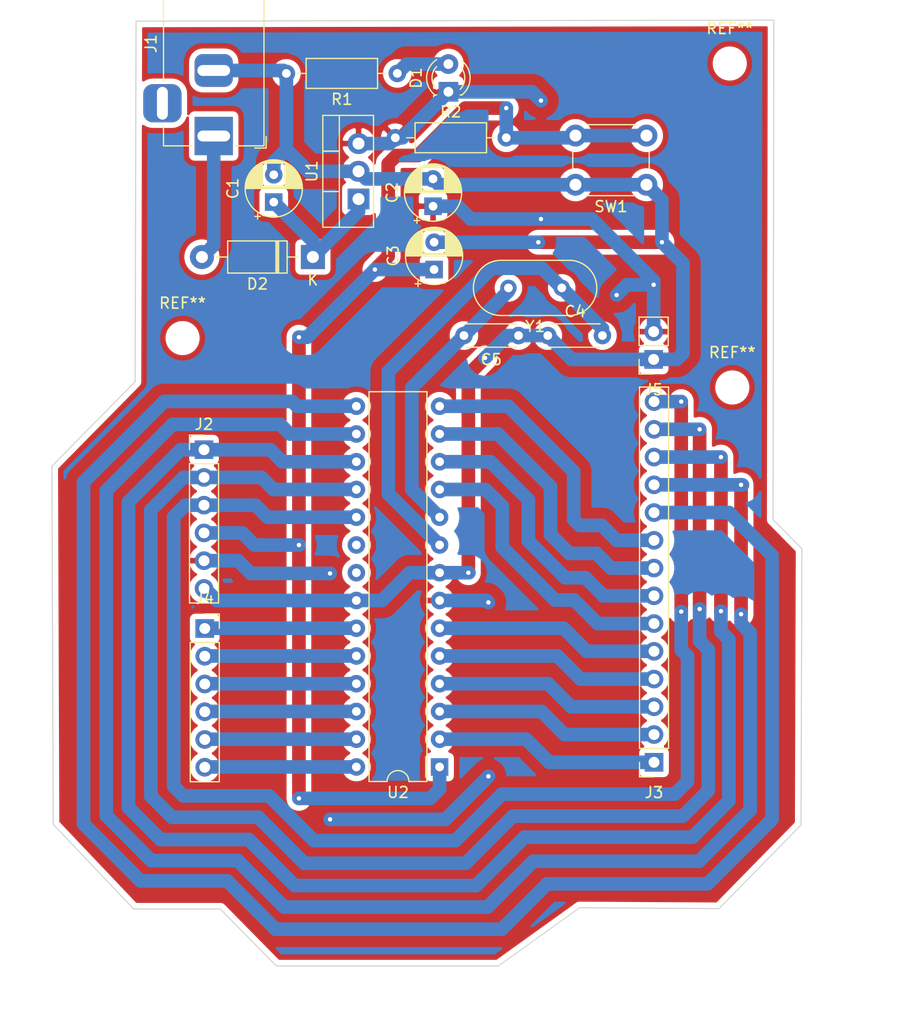
<source format=kicad_pcb>
(kicad_pcb (version 20171130) (host pcbnew "(5.1.9)-1")
  (layers (0 F.Cu signal hide) (31 B.Cu signal) (34 B.Paste user) (35 F.Paste user) (36 B.SilkS user) (37 F.SilkS user) (38 B.Mask user) (39 F.Mask user) (44 Edge.Cuts user))
  (net 0 "")
  (net 1 "Net-(C1-Pad1)")
  (net 2 GND)
  (net 3 VCC)
  (net 4 Reset)
  (net 5 "Net-(C4-Pad2)")
  (net 6 "Net-(C5-Pad2)")
  (net 7 "Net-(D1-Pad2)")
  (net 8 "Net-(D2-Pad2)")
  (net 9 D11)
  (net 10 D12)
  (net 11 D13)
  (net 12 D0)
  (net 13 D1)
  (net 14 D2)
  (net 15 D3)
  (net 16 D4)
  (net 17 D5)
  (net 18 D6)
  (net 19 D7)
  (net 20 D8)
  (net 21 D9)
  (net 22 D10)
  (net 23 A0)
  (net 24 A1)
  (net 25 A2)
  (net 26 A3)
  (net 27 A4)
  (net 28 A5)
  (net 29 "Net-(U2-Pad20)")
  (net 30 "Net-(U2-Pad21)")
  (module MountingHole:MountingHole_2.1mm (layer F.Cu) (at 151.13 89.46896)
    (fp_text reference REF** (at 0 -3.2) (layer F.SilkS))
    (fp_text value MountingHole_2.1mm)
    (pad "" np_thru_hole circle (at 0 0) (size 2.1 2.1) (drill 2.1) (layers *.Cu *.Mask))
  )
  (module MountingHole:MountingHole_2.1mm (layer F.Cu) (at 100.79482 84.94776)
    (fp_text reference REF** (at 0 -3.2) (layer F.SilkS))
    (fp_text value MountingHole_2.1mm)
    (pad "" np_thru_hole circle (at 0 0) (size 2.1 2.1) (drill 2.1) (layers *.Cu *.Mask))
  )
  (module MountingHole:MountingHole_2.1mm (layer F.Cu) (at 150.89632 59.81192)
    (fp_text reference REF** (at 0 -3.2) (layer F.SilkS))
    (fp_text value MountingHole_2.1mm)
    (pad "" np_thru_hole circle (at 0 0) (size 2.1 2.1) (drill 2.1) (layers *.Cu *.Mask))
  )
  (module Capacitor_THT:CP_Radial_D5.0mm_P2.50mm (layer F.Cu) (at 109.1438 72.49922 90)
    (fp_text reference C1 (at 1.25 -3.75 90) (layer F.SilkS))
    (fp_text value CP)
    (pad 1 thru_hole rect (at 0 0 90) (size 1.6 1.6) (drill 0.8) (layers *.Cu *.Mask) (net 1 "Net-(C1-Pad1)"))
    (pad 2 thru_hole circle (at 2.5 0 90) (size 1.6 1.6) (drill 0.8) (layers *.Cu *.Mask) (net 2 GND))
  )
  (module Capacitor_THT:CP_Radial_D5.0mm_P2.50mm (layer F.Cu) (at 123.72848 72.87514 90)
    (fp_text reference C2 (at 1.25 -3.75 90) (layer F.SilkS))
    (fp_text value CP)
    (pad 1 thru_hole rect (at 0 0 90) (size 1.6 1.6) (drill 0.8) (layers *.Cu *.Mask) (net 3 VCC))
    (pad 2 thru_hole circle (at 2.5 0 90) (size 1.6 1.6) (drill 0.8) (layers *.Cu *.Mask) (net 2 GND))
  )
  (module Capacitor_THT:CP_Radial_D5.0mm_P2.50mm (layer F.Cu) (at 123.82246 78.67142 90)
    (fp_text reference C3 (at 1.25 -3.75 90) (layer F.SilkS))
    (fp_text value CP)
    (pad 2 thru_hole circle (at 2.5 0 90) (size 1.6 1.6) (drill 0.8) (layers *.Cu *.Mask) (net 2 GND))
    (pad 1 thru_hole rect (at 0 0 90) (size 1.6 1.6) (drill 0.8) (layers *.Cu *.Mask) (net 4 Reset))
  )
  (module Capacitor_THT:C_Disc_D4.3mm_W1.9mm_P5.00mm (layer F.Cu) (at 134.23646 84.71408)
    (fp_text reference C4 (at 2.5 -2.2) (layer F.SilkS))
    (fp_text value C)
    (pad 2 thru_hole circle (at 5 0) (size 1.6 1.6) (drill 0.8) (layers *.Cu *.Mask) (net 5 "Net-(C4-Pad2)"))
    (pad 1 thru_hole circle (at 0 0) (size 1.6 1.6) (drill 0.8) (layers *.Cu *.Mask) (net 2 GND))
  )
  (module Capacitor_THT:C_Disc_D4.3mm_W1.9mm_P5.00mm (layer F.Cu) (at 131.55676 84.71408 180)
    (fp_text reference C5 (at 2.5 -2.2) (layer F.SilkS))
    (fp_text value C)
    (pad 1 thru_hole circle (at 0 0 180) (size 1.6 1.6) (drill 0.8) (layers *.Cu *.Mask) (net 2 GND))
    (pad 2 thru_hole circle (at 5 0 180) (size 1.6 1.6) (drill 0.8) (layers *.Cu *.Mask) (net 6 "Net-(C5-Pad2)"))
  )
  (module LED_THT:LED_D3.0mm (layer F.Cu) (at 125.1331 62.40272 90)
    (fp_text reference D1 (at 1.27 -2.96 90) (layer F.SilkS))
    (fp_text value LED)
    (pad 1 thru_hole rect (at 0 0 90) (size 1.8 1.8) (drill 0.9) (layers *.Cu *.Mask) (net 3 VCC))
    (pad 2 thru_hole circle (at 2.54 0 90) (size 1.8 1.8) (drill 0.9) (layers *.Cu *.Mask) (net 7 "Net-(D1-Pad2)"))
  )
  (module Diode_THT:D_DO-41_SOD81_P10.16mm_Horizontal (layer F.Cu) (at 112.7252 77.52588 180)
    (fp_text reference D2 (at 5.08 -2.47) (layer F.SilkS))
    (fp_text value D)
    (fp_text user K (at 0 -2.1) (layer F.SilkS))
    (pad 1 thru_hole rect (at 0 0 180) (size 2.2 2.2) (drill 1.1) (layers *.Cu *.Mask) (net 1 "Net-(C1-Pad1)"))
    (pad 2 thru_hole oval (at 10.16 0 180) (size 2.2 2.2) (drill 1.1) (layers *.Cu *.Mask) (net 8 "Net-(D2-Pad2)"))
  )
  (module Connector_BarrelJack:BarrelJack_Horizontal (layer F.Cu) (at 103.64724 66.44894 270)
    (fp_text reference J1 (at -8.45 5.75 90) (layer F.SilkS))
    (fp_text value Conn_Coaxial_Power)
    (pad 1 thru_hole rect (at 0 0 270) (size 3.5 3.5) (drill oval 1 3) (layers *.Cu *.Mask) (net 8 "Net-(D2-Pad2)"))
    (pad 2 thru_hole roundrect (at -6 0 270) (size 3 3.5) (drill oval 1 3) (layers *.Cu *.Mask) (net 2 GND))
    (pad 3 thru_hole roundrect (at -3 4.7 270) (size 3.5 3.5) (drill oval 3 1) (layers *.Cu *.Mask))
  )
  (module Connector_PinHeader_2.54mm:PinHeader_1x06_P2.54mm_Vertical (layer F.Cu) (at 102.75824 95.16364)
    (fp_text reference J2 (at 0 -2.33) (layer F.SilkS))
    (fp_text value Conn_01x06_Male)
    (pad 1 thru_hole rect (at 0 0) (size 1.7 1.7) (drill 1) (layers *.Cu *.Mask) (net 9 D11))
    (pad 2 thru_hole oval (at 0 2.54) (size 1.7 1.7) (drill 1) (layers *.Cu *.Mask) (net 10 D12))
    (pad 3 thru_hole oval (at 0 5.08) (size 1.7 1.7) (drill 1) (layers *.Cu *.Mask) (net 11 D13))
    (pad 4 thru_hole oval (at 0 7.62) (size 1.7 1.7) (drill 1) (layers *.Cu *.Mask) (net 4 Reset))
    (pad 5 thru_hole oval (at 0 10.16) (size 1.7 1.7) (drill 1) (layers *.Cu *.Mask) (net 3 VCC))
    (pad 6 thru_hole oval (at 0 12.7) (size 1.7 1.7) (drill 1) (layers *.Cu *.Mask) (net 2 GND))
  )
  (module Connector_PinSocket_2.54mm:PinSocket_1x14_P2.54mm_Vertical (layer F.Cu) (at 143.96212 123.77928 180)
    (fp_text reference J3 (at 0 -2.77) (layer F.SilkS))
    (fp_text value Conn_01x14_Female)
    (pad 1 thru_hole rect (at 0 0 180) (size 1.7 1.7) (drill 1) (layers *.Cu *.Mask) (net 12 D0))
    (pad 2 thru_hole oval (at 0 2.54 180) (size 1.7 1.7) (drill 1) (layers *.Cu *.Mask) (net 13 D1))
    (pad 3 thru_hole oval (at 0 5.08 180) (size 1.7 1.7) (drill 1) (layers *.Cu *.Mask) (net 14 D2))
    (pad 4 thru_hole oval (at 0 7.62 180) (size 1.7 1.7) (drill 1) (layers *.Cu *.Mask) (net 15 D3))
    (pad 5 thru_hole oval (at 0 10.16 180) (size 1.7 1.7) (drill 1) (layers *.Cu *.Mask) (net 16 D4))
    (pad 6 thru_hole oval (at 0 12.7 180) (size 1.7 1.7) (drill 1) (layers *.Cu *.Mask) (net 17 D5))
    (pad 7 thru_hole oval (at 0 15.24 180) (size 1.7 1.7) (drill 1) (layers *.Cu *.Mask) (net 18 D6))
    (pad 8 thru_hole oval (at 0 17.78 180) (size 1.7 1.7) (drill 1) (layers *.Cu *.Mask) (net 19 D7))
    (pad 9 thru_hole oval (at 0 20.32 180) (size 1.7 1.7) (drill 1) (layers *.Cu *.Mask) (net 20 D8))
    (pad 10 thru_hole oval (at 0 22.86 180) (size 1.7 1.7) (drill 1) (layers *.Cu *.Mask) (net 21 D9))
    (pad 11 thru_hole oval (at 0 25.4 180) (size 1.7 1.7) (drill 1) (layers *.Cu *.Mask) (net 22 D10))
    (pad 12 thru_hole oval (at 0 27.94 180) (size 1.7 1.7) (drill 1) (layers *.Cu *.Mask) (net 9 D11))
    (pad 13 thru_hole oval (at 0 30.48 180) (size 1.7 1.7) (drill 1) (layers *.Cu *.Mask) (net 10 D12))
    (pad 14 thru_hole oval (at 0 33.02 180) (size 1.7 1.7) (drill 1) (layers *.Cu *.Mask) (net 11 D13))
  )
  (module Connector_PinSocket_2.54mm:PinSocket_1x06_P2.54mm_Vertical (layer F.Cu) (at 102.82428 111.5314)
    (fp_text reference J4 (at 0 -2.77) (layer F.SilkS))
    (fp_text value Conn_01x06_Female)
    (pad 1 thru_hole rect (at 0 0) (size 1.7 1.7) (drill 1) (layers *.Cu *.Mask) (net 23 A0))
    (pad 2 thru_hole oval (at 0 2.54) (size 1.7 1.7) (drill 1) (layers *.Cu *.Mask) (net 24 A1))
    (pad 3 thru_hole oval (at 0 5.08) (size 1.7 1.7) (drill 1) (layers *.Cu *.Mask) (net 25 A2))
    (pad 4 thru_hole oval (at 0 7.62) (size 1.7 1.7) (drill 1) (layers *.Cu *.Mask) (net 26 A3))
    (pad 5 thru_hole oval (at 0 10.16) (size 1.7 1.7) (drill 1) (layers *.Cu *.Mask) (net 27 A4))
    (pad 6 thru_hole oval (at 0 12.7) (size 1.7 1.7) (drill 1) (layers *.Cu *.Mask) (net 28 A5))
  )
  (module Connector_PinSocket_2.54mm:PinSocket_1x02_P2.54mm_Vertical (layer F.Cu) (at 143.92656 86.89848 180)
    (fp_text reference J5 (at 0 -2.77) (layer F.SilkS))
    (fp_text value Conn_01x02_Female)
    (pad 1 thru_hole rect (at 0 0 180) (size 1.7 1.7) (drill 1) (layers *.Cu *.Mask) (net 2 GND))
    (pad 2 thru_hole oval (at 0 2.54 180) (size 1.7 1.7) (drill 1) (layers *.Cu *.Mask) (net 3 VCC))
  )
  (module Resistor_THT:R_Axial_DIN0207_L6.3mm_D2.5mm_P10.16mm_Horizontal (layer F.Cu) (at 120.45696 60.7187 180)
    (fp_text reference R1 (at 5.08 -2.37) (layer F.SilkS))
    (fp_text value R)
    (pad 2 thru_hole oval (at 10.16 0 180) (size 1.6 1.6) (drill 0.8) (layers *.Cu *.Mask) (net 2 GND))
    (pad 1 thru_hole circle (at 0 0 180) (size 1.6 1.6) (drill 0.8) (layers *.Cu *.Mask) (net 7 "Net-(D1-Pad2)"))
  )
  (module Resistor_THT:R_Axial_DIN0207_L6.3mm_D2.5mm_P10.16mm_Horizontal (layer F.Cu) (at 120.27154 66.60896)
    (fp_text reference R2 (at 5.08 -2.37) (layer F.SilkS))
    (fp_text value R)
    (pad 1 thru_hole circle (at 0 0) (size 1.6 1.6) (drill 0.8) (layers *.Cu *.Mask) (net 3 VCC))
    (pad 2 thru_hole oval (at 10.16 0) (size 1.6 1.6) (drill 0.8) (layers *.Cu *.Mask) (net 4 Reset))
  )
  (module Button_Switch_THT:SW_PUSH_6mm (layer F.Cu) (at 143.27124 70.90918 180)
    (fp_text reference SW1 (at 3.25 -2) (layer F.SilkS))
    (fp_text value SW_Push)
    (pad 2 thru_hole circle (at 0 4.5 270) (size 2 2) (drill 1.1) (layers *.Cu *.Mask) (net 4 Reset))
    (pad 1 thru_hole circle (at 0 0 270) (size 2 2) (drill 1.1) (layers *.Cu *.Mask) (net 2 GND))
    (pad 2 thru_hole circle (at 6.5 4.5 270) (size 2 2) (drill 1.1) (layers *.Cu *.Mask) (net 4 Reset))
    (pad 1 thru_hole circle (at 6.5 0 270) (size 2 2) (drill 1.1) (layers *.Cu *.Mask) (net 2 GND))
  )
  (module Package_TO_SOT_THT:TO-220-3_Vertical (layer F.Cu) (at 116.90604 72.21982 90)
    (fp_text reference U1 (at 2.54 -4.27 90) (layer F.SilkS))
    (fp_text value LM7805_TO220)
    (pad 1 thru_hole rect (at 0 0 90) (size 1.905 2) (drill 1.1) (layers *.Cu *.Mask) (net 1 "Net-(C1-Pad1)"))
    (pad 2 thru_hole oval (at 2.54 0 90) (size 1.905 2) (drill 1.1) (layers *.Cu *.Mask) (net 2 GND))
    (pad 3 thru_hole oval (at 5.08 0 90) (size 1.905 2) (drill 1.1) (layers *.Cu *.Mask) (net 3 VCC))
  )
  (module Package_DIP:DIP-28_W7.62mm (layer F.Cu) (at 124.32792 124.206 180)
    (fp_text reference U2 (at 3.81 -2.33) (layer F.SilkS))
    (fp_text value ATmega328P-PU)
    (pad 1 thru_hole rect (at 0 0 180) (size 1.6 1.6) (drill 0.8) (layers *.Cu *.Mask) (net 4 Reset))
    (pad 15 thru_hole oval (at 7.62 33.02 180) (size 1.6 1.6) (drill 0.8) (layers *.Cu *.Mask) (net 21 D9))
    (pad 2 thru_hole oval (at 0 2.54 180) (size 1.6 1.6) (drill 0.8) (layers *.Cu *.Mask) (net 12 D0))
    (pad 16 thru_hole oval (at 7.62 30.48 180) (size 1.6 1.6) (drill 0.8) (layers *.Cu *.Mask) (net 22 D10))
    (pad 3 thru_hole oval (at 0 5.08 180) (size 1.6 1.6) (drill 0.8) (layers *.Cu *.Mask) (net 13 D1))
    (pad 17 thru_hole oval (at 7.62 27.94 180) (size 1.6 1.6) (drill 0.8) (layers *.Cu *.Mask) (net 9 D11))
    (pad 4 thru_hole oval (at 0 7.62 180) (size 1.6 1.6) (drill 0.8) (layers *.Cu *.Mask) (net 14 D2))
    (pad 18 thru_hole oval (at 7.62 25.4 180) (size 1.6 1.6) (drill 0.8) (layers *.Cu *.Mask) (net 10 D12))
    (pad 5 thru_hole oval (at 0 10.16 180) (size 1.6 1.6) (drill 0.8) (layers *.Cu *.Mask) (net 15 D3))
    (pad 19 thru_hole oval (at 7.62 22.86 180) (size 1.6 1.6) (drill 0.8) (layers *.Cu *.Mask) (net 11 D13))
    (pad 6 thru_hole oval (at 0 12.7 180) (size 1.6 1.6) (drill 0.8) (layers *.Cu *.Mask) (net 16 D4))
    (pad 20 thru_hole oval (at 7.62 20.32 180) (size 1.6 1.6) (drill 0.8) (layers *.Cu *.Mask) (net 29 "Net-(U2-Pad20)"))
    (pad 7 thru_hole oval (at 0 15.24 180) (size 1.6 1.6) (drill 0.8) (layers *.Cu *.Mask) (net 3 VCC))
    (pad 21 thru_hole oval (at 7.62 17.78 180) (size 1.6 1.6) (drill 0.8) (layers *.Cu *.Mask) (net 30 "Net-(U2-Pad21)"))
    (pad 8 thru_hole oval (at 0 17.78 180) (size 1.6 1.6) (drill 0.8) (layers *.Cu *.Mask) (net 2 GND))
    (pad 22 thru_hole oval (at 7.62 15.24 180) (size 1.6 1.6) (drill 0.8) (layers *.Cu *.Mask) (net 2 GND))
    (pad 9 thru_hole oval (at 0 20.32 180) (size 1.6 1.6) (drill 0.8) (layers *.Cu *.Mask) (net 5 "Net-(C4-Pad2)"))
    (pad 23 thru_hole oval (at 7.62 12.7 180) (size 1.6 1.6) (drill 0.8) (layers *.Cu *.Mask) (net 23 A0))
    (pad 10 thru_hole oval (at 0 22.86 180) (size 1.6 1.6) (drill 0.8) (layers *.Cu *.Mask) (net 6 "Net-(C5-Pad2)"))
    (pad 24 thru_hole oval (at 7.62 10.16 180) (size 1.6 1.6) (drill 0.8) (layers *.Cu *.Mask) (net 24 A1))
    (pad 11 thru_hole oval (at 0 25.4 180) (size 1.6 1.6) (drill 0.8) (layers *.Cu *.Mask) (net 17 D5))
    (pad 25 thru_hole oval (at 7.62 7.62 180) (size 1.6 1.6) (drill 0.8) (layers *.Cu *.Mask) (net 25 A2))
    (pad 12 thru_hole oval (at 0 27.94 180) (size 1.6 1.6) (drill 0.8) (layers *.Cu *.Mask) (net 18 D6))
    (pad 26 thru_hole oval (at 7.62 5.08 180) (size 1.6 1.6) (drill 0.8) (layers *.Cu *.Mask) (net 26 A3))
    (pad 13 thru_hole oval (at 0 30.48 180) (size 1.6 1.6) (drill 0.8) (layers *.Cu *.Mask) (net 19 D7))
    (pad 27 thru_hole oval (at 7.62 2.54 180) (size 1.6 1.6) (drill 0.8) (layers *.Cu *.Mask) (net 27 A4))
    (pad 14 thru_hole oval (at 0 33.02 180) (size 1.6 1.6) (drill 0.8) (layers *.Cu *.Mask) (net 20 D8))
    (pad 28 thru_hole oval (at 7.62 0 180) (size 1.6 1.6) (drill 0.8) (layers *.Cu *.Mask) (net 28 A5))
  )
  (module Crystal:Crystal_HC49-U_Vertical (layer F.Cu) (at 135.51154 80.3529 180)
    (fp_text reference Y1 (at 2.44 -3.525) (layer F.SilkS))
    (fp_text value Crystal)
    (pad 1 thru_hole circle (at 0 0 180) (size 1.5 1.5) (drill 0.8) (layers *.Cu *.Mask) (net 5 "Net-(C4-Pad2)"))
    (pad 2 thru_hole circle (at 4.88 0 180) (size 1.5 1.5) (drill 0.8) (layers *.Cu *.Mask) (net 6 "Net-(C5-Pad2)"))
  )
  (gr_line (start 154.93238 55.84444) (end 154.85618 101.55428) (layer Edge.Cuts) (width 0.1))
  (gr_line (start 96.5327 55.9308) (end 154.93238 55.84444) (layer Edge.Cuts) (width 0.1))
  (gr_line (start 96.45396 88.93302) (end 96.5327 55.9308) (layer Edge.Cuts) (width 0.1))
  (gr_line (start 88.83142 96.66986) (end 96.45396 88.93302) (layer Edge.Cuts) (width 0.1))
  (gr_line (start 88.94826 129.45618) (end 88.83142 96.66986) (layer Edge.Cuts) (width 0.1))
  (gr_line (start 96.31426 137.2108) (end 88.94826 129.45618) (layer Edge.Cuts) (width 0.1))
  (gr_line (start 104.24668 137.2108) (end 96.31426 137.2108) (layer Edge.Cuts) (width 0.1))
  (gr_line (start 109.38002 142.42034) (end 104.24668 137.2108) (layer Edge.Cuts) (width 0.1))
  (gr_line (start 129.7178 142.42034) (end 109.38002 142.42034) (layer Edge.Cuts) (width 0.1))
  (gr_line (start 137.1473 137.09396) (end 129.7178 142.42034) (layer Edge.Cuts) (width 0.1))
  (gr_line (start 149.91588 137.1727) (end 137.1473 137.09396) (layer Edge.Cuts) (width 0.1))
  (gr_line (start 157.42158 129.51206) (end 149.91588 137.1727) (layer Edge.Cuts) (width 0.1))
  (gr_line (start 157.50032 104.23652) (end 157.42158 129.51206) (layer Edge.Cuts) (width 0.1))
  (gr_line (start 154.85618 101.55428) (end 157.50032 104.23652) (layer Edge.Cuts) (width 0.1))
  (segment (start 112.7252 76.08062) (end 109.1438 72.49922) (width 1.25) (layer B.Cu) (net 1))
  (segment (start 112.7252 77.52588) (end 112.7252 76.08062) (width 1.25) (layer B.Cu) (net 1))
  (segment (start 116.90604 73.34504) (end 112.7252 77.52588) (width 1.25) (layer B.Cu) (net 1))
  (segment (start 116.90604 72.21982) (end 116.90604 73.34504) (width 1.25) (layer B.Cu) (net 1))
  (segment (start 109.1438 69.99922) (end 109.1438 68.82892) (width 1.25) (layer B.Cu) (net 2))
  (segment (start 110.29696 67.67576) (end 110.29696 60.7187) (width 1.25) (layer B.Cu) (net 2))
  (segment (start 109.1438 68.82892) (end 110.29696 67.67576) (width 1.25) (layer B.Cu) (net 2))
  (segment (start 112.30102 69.67982) (end 110.29696 67.67576) (width 1.25) (layer B.Cu) (net 2))
  (segment (start 116.90604 69.67982) (end 112.30102 69.67982) (width 1.25) (layer B.Cu) (net 2))
  (segment (start 110.0272 60.44894) (end 110.29696 60.7187) (width 1.25) (layer B.Cu) (net 2))
  (segment (start 103.64724 60.44894) (end 110.0272 60.44894) (width 1.25) (layer B.Cu) (net 2))
  (segment (start 143.27124 70.90918) (end 136.77124 70.90918) (width 1.25) (layer B.Cu) (net 2))
  (segment (start 124.26252 70.90918) (end 123.72848 70.37514) (width 1.25) (layer B.Cu) (net 2))
  (segment (start 136.77124 70.90918) (end 124.26252 70.90918) (width 1.25) (layer B.Cu) (net 2))
  (segment (start 117.60136 70.37514) (end 116.90604 69.67982) (width 1.25) (layer B.Cu) (net 2))
  (segment (start 123.72848 70.37514) (end 117.60136 70.37514) (width 1.25) (layer B.Cu) (net 2))
  (segment (start 123.82246 76.17142) (end 133.36968 76.17142) (width 1.25) (layer B.Cu) (net 2))
  (segment (start 133.36968 76.17142) (end 133.36968 76.17142) (width 1.25) (layer B.Cu) (net 2))
  (via (at 133.36968 76.17142) (size 0.8) (drill 0.4) (layers F.Cu B.Cu) (net 2))
  (segment (start 133.36968 76.17142) (end 144.68666 76.17142) (width 1.25) (layer F.Cu) (net 2))
  (segment (start 144.68666 76.17142) (end 144.68666 76.17142) (width 1.25) (layer F.Cu) (net 2))
  (via (at 144.68666 76.17142) (size 0.8) (drill 0.4) (layers F.Cu B.Cu) (net 2))
  (segment (start 144.68666 72.3246) (end 143.27124 70.90918) (width 1.25) (layer B.Cu) (net 2))
  (segment (start 144.68666 76.17142) (end 144.68666 72.3246) (width 1.25) (layer B.Cu) (net 2))
  (segment (start 144.68666 76.17142) (end 146.61388 78.09864) (width 1.25) (layer B.Cu) (net 2))
  (segment (start 146.61388 78.09864) (end 146.61388 86.32444) (width 1.25) (layer B.Cu) (net 2))
  (segment (start 146.03984 86.89848) (end 143.92656 86.89848) (width 1.25) (layer B.Cu) (net 2))
  (segment (start 146.61388 86.32444) (end 146.03984 86.89848) (width 1.25) (layer B.Cu) (net 2))
  (segment (start 102.819238 107.86364) (end 102.75824 107.86364) (width 1.25) (layer B.Cu) (net 2))
  (segment (start 103.921598 108.966) (end 102.819238 107.86364) (width 1.25) (layer B.Cu) (net 2))
  (segment (start 116.70792 108.966) (end 103.921598 108.966) (width 1.25) (layer B.Cu) (net 2))
  (segment (start 116.70792 108.966) (end 119.04726 108.966) (width 1.25) (layer B.Cu) (net 2))
  (segment (start 121.58726 106.426) (end 124.32792 106.426) (width 1.25) (layer B.Cu) (net 2))
  (segment (start 119.04726 108.966) (end 121.58726 106.426) (width 1.25) (layer B.Cu) (net 2))
  (segment (start 134.23646 84.71408) (end 131.55676 84.71408) (width 1.25) (layer B.Cu) (net 2))
  (segment (start 136.42086 86.89848) (end 134.23646 84.71408) (width 1.25) (layer B.Cu) (net 2))
  (segment (start 143.92656 86.89848) (end 136.42086 86.89848) (width 1.25) (layer B.Cu) (net 2))
  (segment (start 124.32792 106.426) (end 126.9619 106.426) (width 1.25) (layer B.Cu) (net 2))
  (segment (start 126.9619 106.426) (end 127.02032 106.426) (width 1.25) (layer B.Cu) (net 2))
  (via (at 126.9619 106.426) (size 0.8) (drill 0.4) (layers F.Cu B.Cu) (net 2))
  (segment (start 126.9619 106.426) (end 126.9619 88.28786) (width 1.25) (layer F.Cu) (net 2))
  (segment (start 126.9619 88.28786) (end 128.4859 86.76386) (width 1.25) (layer F.Cu) (net 2))
  (segment (start 128.4859 86.76386) (end 128.4859 86.76386) (width 1.25) (layer F.Cu) (net 2))
  (via (at 128.4859 86.76386) (size 0.8) (drill 0.4) (layers F.Cu B.Cu) (net 2))
  (segment (start 130.53568 84.71408) (end 128.4859 86.76386) (width 1.25) (layer B.Cu) (net 2))
  (segment (start 131.55676 84.71408) (end 130.53568 84.71408) (width 1.25) (layer B.Cu) (net 2))
  (segment (start 119.74068 67.13982) (end 120.27154 66.60896) (width 1.25) (layer B.Cu) (net 3))
  (segment (start 116.90604 67.13982) (end 119.74068 67.13982) (width 1.25) (layer B.Cu) (net 3))
  (segment (start 120.92686 66.60896) (end 125.1331 62.40272) (width 1.25) (layer B.Cu) (net 3))
  (segment (start 120.27154 66.60896) (end 120.92686 66.60896) (width 1.25) (layer B.Cu) (net 3))
  (segment (start 125.1331 62.40272) (end 132.8039 62.40272) (width 1.25) (layer B.Cu) (net 3))
  (segment (start 132.8039 62.40272) (end 133.60908 63.2079) (width 1.25) (layer B.Cu) (net 3))
  (segment (start 133.60908 63.2079) (end 133.60908 63.2079) (width 1.25) (layer B.Cu) (net 3))
  (via (at 133.60908 63.2079) (size 0.8) (drill 0.4) (layers F.Cu B.Cu) (net 3))
  (segment (start 133.60908 63.2079) (end 133.60908 74.04862) (width 1.25) (layer F.Cu) (net 3))
  (segment (start 133.60908 74.04862) (end 133.60908 74.04862) (width 1.25) (layer F.Cu) (net 3))
  (via (at 133.60908 74.04862) (size 0.8) (drill 0.4) (layers F.Cu B.Cu) (net 3))
  (segment (start 133.60908 74.04862) (end 127.17526 74.04862) (width 1.25) (layer B.Cu) (net 3))
  (segment (start 126.00178 72.87514) (end 123.72848 72.87514) (width 1.25) (layer B.Cu) (net 3))
  (segment (start 127.17526 74.04862) (end 126.00178 72.87514) (width 1.25) (layer B.Cu) (net 3))
  (segment (start 133.60908 74.04862) (end 138.27506 74.04862) (width 1.25) (layer B.Cu) (net 3))
  (segment (start 143.92656 79.70012) (end 143.92656 80.06842) (width 1.25) (layer B.Cu) (net 3))
  (segment (start 138.27506 74.04862) (end 143.92656 79.70012) (width 1.25) (layer B.Cu) (net 3))
  (segment (start 102.75824 105.32364) (end 105.88244 105.32364) (width 1.25) (layer B.Cu) (net 3))
  (segment (start 105.88244 105.32364) (end 107.0483 106.4895) (width 1.25) (layer B.Cu) (net 3))
  (segment (start 107.0483 106.4895) (end 113.11636 106.4895) (width 1.25) (layer B.Cu) (net 3))
  (segment (start 113.11636 106.4895) (end 114.29746 106.4895) (width 1.25) (layer B.Cu) (net 3))
  (segment (start 114.29746 106.4895) (end 114.29746 106.4895) (width 1.25) (layer B.Cu) (net 3))
  (via (at 114.29746 106.4895) (size 0.8) (drill 0.4) (layers F.Cu B.Cu) (net 3))
  (segment (start 114.29746 106.4895) (end 114.29746 129.00406) (width 1.25) (layer F.Cu) (net 3))
  (segment (start 114.29746 129.00406) (end 114.29746 129.00406) (width 1.25) (layer F.Cu) (net 3))
  (via (at 114.29746 129.00406) (size 0.8) (drill 0.4) (layers F.Cu B.Cu) (net 3))
  (segment (start 114.29746 129.00406) (end 124.85878 129.00406) (width 1.25) (layer B.Cu) (net 3))
  (segment (start 124.85878 129.00406) (end 128.79832 125.06452) (width 1.25) (layer B.Cu) (net 3))
  (segment (start 128.79832 125.06452) (end 128.79832 125.06452) (width 1.25) (layer B.Cu) (net 3))
  (via (at 128.79832 125.06452) (size 0.8) (drill 0.4) (layers F.Cu B.Cu) (net 3))
  (segment (start 128.79832 125.06452) (end 128.79832 109.14634) (width 1.25) (layer F.Cu) (net 3))
  (segment (start 128.79832 109.14634) (end 128.79832 109.14634) (width 1.25) (layer F.Cu) (net 3))
  (via (at 128.79832 109.14634) (size 0.8) (drill 0.4) (layers F.Cu B.Cu) (net 3))
  (segment (start 128.61798 108.966) (end 128.79832 109.14634) (width 1.25) (layer B.Cu) (net 3))
  (segment (start 124.32792 108.966) (end 128.61798 108.966) (width 1.25) (layer B.Cu) (net 3))
  (segment (start 128.79832 109.14634) (end 135.66648 109.14634) (width 1.25) (layer F.Cu) (net 3))
  (segment (start 143.92656 80.06842) (end 143.92656 84.35848) (width 1.25) (layer B.Cu) (net 3))
  (via (at 143.92656 80.06842) (size 0.8) (drill 0.4) (layers F.Cu B.Cu) (net 3))
  (segment (start 135.66648 85.879058) (end 140.539858 81.00568) (width 1.25) (layer F.Cu) (net 3))
  (segment (start 135.66648 109.14634) (end 135.66648 85.879058) (width 1.25) (layer F.Cu) (net 3))
  (segment (start 140.539858 81.00568) (end 140.539858 81.00568) (width 1.25) (layer F.Cu) (net 3))
  (via (at 140.539858 81.00568) (size 0.8) (drill 0.4) (layers F.Cu B.Cu) (net 3))
  (segment (start 141.477118 80.06842) (end 140.539858 81.00568) (width 1.25) (layer B.Cu) (net 3))
  (segment (start 143.92656 80.06842) (end 141.477118 80.06842) (width 1.25) (layer B.Cu) (net 3))
  (segment (start 136.57146 66.60896) (end 136.77124 66.40918) (width 1.25) (layer B.Cu) (net 4))
  (segment (start 130.43154 66.60896) (end 136.57146 66.60896) (width 1.25) (layer B.Cu) (net 4))
  (segment (start 136.77124 66.40918) (end 143.27124 66.40918) (width 1.25) (layer B.Cu) (net 4))
  (segment (start 123.82246 78.67142) (end 118.4021 78.67142) (width 1.25) (layer B.Cu) (net 4))
  (segment (start 118.4021 78.67142) (end 118.4021 78.67142) (width 1.25) (layer B.Cu) (net 4))
  (segment (start 130.43154 66.60896) (end 130.43154 63.89337) (width 1.25) (layer B.Cu) (net 4))
  (segment (start 130.43154 63.89337) (end 130.43154 63.89337) (width 1.25) (layer B.Cu) (net 4))
  (segment (start 130.43154 63.89337) (end 130.43154 63.89337) (width 1.25) (layer B.Cu) (net 4))
  (via (at 130.43154 63.89337) (size 0.8) (drill 0.4) (layers F.Cu B.Cu) (net 4))
  (segment (start 118.4021 78.67142) (end 118.4021 78.67142) (width 1.25) (layer B.Cu) (net 4))
  (via (at 118.4021 78.67142) (size 0.8) (drill 0.4) (layers F.Cu B.Cu) (net 4))
  (segment (start 118.4021 78.67142) (end 119.6213 77.45222) (width 1.25) (layer F.Cu) (net 4))
  (segment (start 120.376279 68.233961) (end 122.347319 68.233961) (width 1.25) (layer F.Cu) (net 4))
  (segment (start 119.6213 68.98894) (end 120.376279 68.233961) (width 1.25) (layer F.Cu) (net 4))
  (segment (start 119.6213 77.45222) (end 119.6213 68.98894) (width 1.25) (layer F.Cu) (net 4))
  (segment (start 126.68791 63.89337) (end 130.43154 63.89337) (width 1.25) (layer F.Cu) (net 4))
  (segment (start 122.347319 68.233961) (end 126.68791 63.89337) (width 1.25) (layer F.Cu) (net 4))
  (segment (start 102.75824 102.78364) (end 106.26598 102.78364) (width 1.25) (layer B.Cu) (net 4))
  (segment (start 106.26598 102.78364) (end 107.37342 103.89108) (width 1.25) (layer B.Cu) (net 4))
  (segment (start 107.37342 103.89108) (end 111.44758 103.89108) (width 1.25) (layer B.Cu) (net 4))
  (segment (start 111.44758 103.89108) (end 111.44758 103.89108) (width 1.25) (layer B.Cu) (net 4))
  (via (at 111.44758 103.89108) (size 0.8) (drill 0.4) (layers F.Cu B.Cu) (net 4))
  (segment (start 111.44758 103.89108) (end 111.44758 91.21648) (width 1.25) (layer F.Cu) (net 4))
  (segment (start 111.44758 103.89108) (end 111.44758 127.08382) (width 1.25) (layer F.Cu) (net 4))
  (segment (start 111.44758 127.08382) (end 111.44758 127.08382) (width 1.25) (layer F.Cu) (net 4))
  (via (at 111.44758 127.08382) (size 0.8) (drill 0.4) (layers F.Cu B.Cu) (net 4))
  (segment (start 111.44758 127.08382) (end 123.46686 127.08382) (width 1.25) (layer B.Cu) (net 4))
  (segment (start 124.32792 126.22276) (end 124.32792 124.206) (width 1.25) (layer B.Cu) (net 4))
  (segment (start 123.46686 127.08382) (end 124.32792 126.22276) (width 1.25) (layer B.Cu) (net 4))
  (segment (start 111.44758 91.21648) (end 111.44758 91.21648) (width 1.25) (layer F.Cu) (net 4))
  (segment (start 111.44758 91.21648) (end 111.44758 84.86648) (width 1.25) (layer F.Cu) (net 4))
  (segment (start 111.44758 84.86648) (end 111.44758 84.86648) (width 1.25) (layer F.Cu) (net 4))
  (via (at 111.44758 84.86648) (size 0.8) (drill 0.4) (layers F.Cu B.Cu) (net 4))
  (segment (start 112.20704 84.86648) (end 118.4021 78.67142) (width 1.25) (layer B.Cu) (net 4))
  (segment (start 111.44758 84.86648) (end 112.20704 84.86648) (width 1.25) (layer B.Cu) (net 4))
  (segment (start 119.62892 99.187) (end 119.62892 88.02116) (width 1.25) (layer B.Cu) (net 5))
  (segment (start 124.32792 103.886) (end 119.62892 99.187) (width 1.25) (layer B.Cu) (net 5))
  (segment (start 119.62892 88.02116) (end 129.09423 78.55585) (width 1.25) (layer B.Cu) (net 5))
  (segment (start 133.71449 78.55585) (end 135.51154 80.3529) (width 1.25) (layer B.Cu) (net 5))
  (segment (start 129.09423 78.55585) (end 133.71449 78.55585) (width 1.25) (layer B.Cu) (net 5))
  (segment (start 139.23646 84.07782) (end 135.51154 80.3529) (width 1.25) (layer B.Cu) (net 5))
  (segment (start 139.23646 84.71408) (end 139.23646 84.07782) (width 1.25) (layer B.Cu) (net 5))
  (segment (start 126.55676 84.71408) (end 121.78792 89.48292) (width 1.25) (layer B.Cu) (net 6))
  (segment (start 121.78792 98.806) (end 124.32792 101.346) (width 1.25) (layer B.Cu) (net 6))
  (segment (start 121.78792 89.48292) (end 121.78792 98.806) (width 1.25) (layer B.Cu) (net 6))
  (segment (start 130.63154 80.6393) (end 126.55676 84.71408) (width 1.25) (layer B.Cu) (net 6))
  (segment (start 130.63154 80.3529) (end 130.63154 80.6393) (width 1.25) (layer B.Cu) (net 6))
  (segment (start 121.31294 59.86272) (end 125.1331 59.86272) (width 1.25) (layer B.Cu) (net 7))
  (segment (start 120.45696 60.7187) (end 121.31294 59.86272) (width 1.25) (layer B.Cu) (net 7))
  (segment (start 103.64724 76.44384) (end 102.5652 77.52588) (width 1.25) (layer B.Cu) (net 8))
  (segment (start 103.64724 66.44894) (end 103.64724 76.44384) (width 1.25) (layer B.Cu) (net 8))
  (segment (start 116.70792 96.266) (end 109.92866 96.266) (width 1.25) (layer B.Cu) (net 9))
  (segment (start 108.8263 95.16364) (end 102.75824 95.16364) (width 1.25) (layer B.Cu) (net 9))
  (segment (start 109.92866 96.266) (end 108.8263 95.16364) (width 1.25) (layer B.Cu) (net 9))
  (segment (start 143.96212 95.83928) (end 146.3802 95.83928) (width 1.25) (layer B.Cu) (net 9))
  (segment (start 146.3802 95.83928) (end 150.0886 95.83928) (width 1.25) (layer B.Cu) (net 9))
  (segment (start 150.0886 95.83928) (end 150.0886 95.83928) (width 1.25) (layer B.Cu) (net 9))
  (via (at 150.0886 95.83928) (size 0.8) (drill 0.4) (layers F.Cu B.Cu) (net 9))
  (segment (start 150.0886 95.83928) (end 150.0886 109.94644) (width 1.25) (layer F.Cu) (net 9))
  (segment (start 150.0886 109.94644) (end 150.0886 109.94644) (width 1.25) (layer F.Cu) (net 9))
  (via (at 150.0886 109.94644) (size 0.8) (drill 0.4) (layers F.Cu B.Cu) (net 9))
  (segment (start 100.62464 95.16364) (end 102.75824 95.16364) (width 1.25) (layer B.Cu) (net 9))
  (segment (start 95.83928 127.91694) (end 95.83928 99.949) (width 1.25) (layer B.Cu) (net 9))
  (segment (start 98.77298 130.85064) (end 95.83928 127.91694) (width 1.25) (layer B.Cu) (net 9))
  (segment (start 106.85018 130.85064) (end 98.77298 130.85064) (width 1.25) (layer B.Cu) (net 9))
  (segment (start 111.06404 135.0645) (end 106.85018 130.85064) (width 1.25) (layer B.Cu) (net 9))
  (segment (start 127.67056 135.0645) (end 111.06404 135.0645) (width 1.25) (layer B.Cu) (net 9))
  (segment (start 132.10032 130.63474) (end 127.67056 135.0645) (width 1.25) (layer B.Cu) (net 9))
  (segment (start 147.48764 130.63474) (end 132.10032 130.63474) (width 1.25) (layer B.Cu) (net 9))
  (segment (start 150.80996 127.31242) (end 147.48764 130.63474) (width 1.25) (layer B.Cu) (net 9))
  (segment (start 95.83928 99.949) (end 100.62464 95.16364) (width 1.25) (layer B.Cu) (net 9))
  (segment (start 150.0886 109.94644) (end 150.0886 111.8108) (width 1.25) (layer B.Cu) (net 9))
  (segment (start 150.0886 111.8108) (end 150.80996 112.53216) (width 1.25) (layer B.Cu) (net 9))
  (segment (start 150.80996 112.53216) (end 150.80996 127.31242) (width 1.25) (layer B.Cu) (net 9))
  (segment (start 116.70792 98.806) (end 109.1184 98.806) (width 1.25) (layer B.Cu) (net 10))
  (segment (start 108.01604 97.70364) (end 102.75824 97.70364) (width 1.25) (layer B.Cu) (net 10))
  (segment (start 109.1184 98.806) (end 108.01604 97.70364) (width 1.25) (layer B.Cu) (net 10))
  (segment (start 143.96212 93.29928) (end 146.33956 93.29928) (width 1.25) (layer B.Cu) (net 10))
  (segment (start 146.33956 93.29928) (end 148.13534 93.29928) (width 1.25) (layer B.Cu) (net 10))
  (segment (start 148.13534 93.29928) (end 148.13534 93.29928) (width 1.25) (layer B.Cu) (net 10))
  (via (at 148.13534 93.29928) (size 0.8) (drill 0.4) (layers F.Cu B.Cu) (net 10))
  (segment (start 148.13534 93.29928) (end 148.13534 109.74832) (width 1.25) (layer F.Cu) (net 10))
  (segment (start 148.13534 109.74832) (end 148.13534 109.74832) (width 1.25) (layer F.Cu) (net 10))
  (via (at 148.13534 109.74832) (size 0.8) (drill 0.4) (layers F.Cu B.Cu) (net 10))
  (segment (start 102.75824 97.70364) (end 100.86848 97.70364) (width 1.25) (layer B.Cu) (net 10))
  (segment (start 97.88652 100.6856) (end 97.88652 126.87554) (width 1.25) (layer B.Cu) (net 10))
  (segment (start 100.86848 97.70364) (end 97.88652 100.6856) (width 1.25) (layer B.Cu) (net 10))
  (segment (start 131.04368 128.70434) (end 146.60118 128.70434) (width 1.25) (layer B.Cu) (net 10))
  (segment (start 107.73918 128.81356) (end 111.94796 133.02234) (width 1.25) (layer B.Cu) (net 10))
  (segment (start 111.94796 133.02234) (end 126.72568 133.02234) (width 1.25) (layer B.Cu) (net 10))
  (segment (start 99.82454 128.81356) (end 107.73918 128.81356) (width 1.25) (layer B.Cu) (net 10))
  (segment (start 97.88652 126.87554) (end 99.82454 128.81356) (width 1.25) (layer B.Cu) (net 10))
  (segment (start 146.60118 128.70434) (end 148.92782 126.3777) (width 1.25) (layer B.Cu) (net 10))
  (segment (start 126.72568 133.02234) (end 131.04368 128.70434) (width 1.25) (layer B.Cu) (net 10))
  (segment (start 148.92782 126.3777) (end 148.92782 113.46688) (width 1.25) (layer B.Cu) (net 10))
  (segment (start 148.13534 112.6744) (end 148.92782 113.46688) (width 1.25) (layer B.Cu) (net 10))
  (segment (start 148.13534 109.74832) (end 148.13534 112.6744) (width 1.25) (layer B.Cu) (net 10))
  (segment (start 102.75824 100.24364) (end 107.46994 100.24364) (width 1.25) (layer B.Cu) (net 11))
  (segment (start 108.5723 101.346) (end 116.70792 101.346) (width 1.25) (layer B.Cu) (net 11))
  (segment (start 107.46994 100.24364) (end 108.5723 101.346) (width 1.25) (layer B.Cu) (net 11))
  (segment (start 143.96212 90.75928) (end 146.45132 90.75928) (width 1.25) (layer B.Cu) (net 11))
  (segment (start 146.45132 90.75928) (end 146.45132 90.75928) (width 1.25) (layer B.Cu) (net 11))
  (via (at 146.45132 90.75928) (size 0.8) (drill 0.4) (layers F.Cu B.Cu) (net 11))
  (segment (start 146.45132 90.75928) (end 146.45132 109.982) (width 1.25) (layer F.Cu) (net 11))
  (segment (start 146.45132 109.982) (end 146.45132 109.982) (width 1.25) (layer F.Cu) (net 11))
  (via (at 146.45132 109.982) (size 0.8) (drill 0.4) (layers F.Cu B.Cu) (net 11))
  (segment (start 125.77572 130.9497) (end 130.03784 126.68758) (width 1.25) (layer B.Cu) (net 11))
  (segment (start 108.7247 126.85522) (end 112.81918 130.9497) (width 1.25) (layer B.Cu) (net 11))
  (segment (start 100.8634 126.85522) (end 108.7247 126.85522) (width 1.25) (layer B.Cu) (net 11))
  (segment (start 99.97694 125.96876) (end 100.8634 126.85522) (width 1.25) (layer B.Cu) (net 11))
  (segment (start 99.97694 101.31044) (end 99.97694 125.96876) (width 1.25) (layer B.Cu) (net 11))
  (segment (start 145.86712 126.68758) (end 147.03044 125.52426) (width 1.25) (layer B.Cu) (net 11))
  (segment (start 130.03784 126.68758) (end 145.86712 126.68758) (width 1.25) (layer B.Cu) (net 11))
  (segment (start 112.81918 130.9497) (end 125.77572 130.9497) (width 1.25) (layer B.Cu) (net 11))
  (segment (start 101.04374 100.24364) (end 99.97694 101.31044) (width 1.25) (layer B.Cu) (net 11))
  (segment (start 102.75824 100.24364) (end 101.04374 100.24364) (width 1.25) (layer B.Cu) (net 11))
  (segment (start 146.45132 113.48974) (end 147.03044 114.06886) (width 1.25) (layer B.Cu) (net 11))
  (segment (start 146.45132 109.982) (end 146.45132 113.48974) (width 1.25) (layer B.Cu) (net 11))
  (segment (start 147.03044 125.52426) (end 147.03044 114.06886) (width 1.25) (layer B.Cu) (net 11))
  (segment (start 124.32792 121.666) (end 132.2578 121.666) (width 1.25) (layer B.Cu) (net 12))
  (segment (start 134.37108 123.77928) (end 143.96212 123.77928) (width 1.25) (layer B.Cu) (net 12))
  (segment (start 132.2578 121.666) (end 134.37108 123.77928) (width 1.25) (layer B.Cu) (net 12))
  (segment (start 143.96212 121.23928) (end 135.77062 121.23928) (width 1.25) (layer B.Cu) (net 13))
  (segment (start 133.65734 119.126) (end 124.32792 119.126) (width 1.25) (layer B.Cu) (net 13))
  (segment (start 135.77062 121.23928) (end 133.65734 119.126) (width 1.25) (layer B.Cu) (net 13))
  (segment (start 143.96212 118.69928) (end 136.38276 118.69928) (width 1.25) (layer B.Cu) (net 14))
  (segment (start 134.26948 116.586) (end 124.32792 116.586) (width 1.25) (layer B.Cu) (net 14))
  (segment (start 136.38276 118.69928) (end 134.26948 116.586) (width 1.25) (layer B.Cu) (net 14))
  (segment (start 143.96212 116.15928) (end 137.23112 116.15928) (width 1.25) (layer B.Cu) (net 15))
  (segment (start 135.11784 114.046) (end 124.32792 114.046) (width 1.25) (layer B.Cu) (net 15))
  (segment (start 137.23112 116.15928) (end 135.11784 114.046) (width 1.25) (layer B.Cu) (net 15))
  (segment (start 143.96212 113.61928) (end 137.80008 113.61928) (width 1.25) (layer B.Cu) (net 16))
  (segment (start 135.6868 111.506) (end 124.32792 111.506) (width 1.25) (layer B.Cu) (net 16))
  (segment (start 137.80008 113.61928) (end 135.6868 111.506) (width 1.25) (layer B.Cu) (net 16))
  (segment (start 128.53924 98.806) (end 124.32792 98.806) (width 1.25) (layer B.Cu) (net 17))
  (segment (start 130.06832 100.33508) (end 128.53924 98.806) (width 1.25) (layer B.Cu) (net 17))
  (segment (start 130.06832 104.09174) (end 130.06832 100.33508) (width 1.25) (layer B.Cu) (net 17))
  (segment (start 134.89686 108.92028) (end 130.06832 104.09174) (width 1.25) (layer B.Cu) (net 17))
  (segment (start 136.64184 108.92028) (end 134.89686 108.92028) (width 1.25) (layer B.Cu) (net 17))
  (segment (start 138.80084 111.07928) (end 136.64184 108.92028) (width 1.25) (layer B.Cu) (net 17))
  (segment (start 143.96212 111.07928) (end 138.80084 111.07928) (width 1.25) (layer B.Cu) (net 17))
  (segment (start 128.9812 96.266) (end 124.32792 96.266) (width 1.25) (layer B.Cu) (net 18))
  (segment (start 132.45084 103.51516) (end 132.45084 99.73564) (width 1.25) (layer B.Cu) (net 18))
  (segment (start 132.45084 99.73564) (end 128.9812 96.266) (width 1.25) (layer B.Cu) (net 18))
  (segment (start 135.81888 106.8832) (end 132.45084 103.51516) (width 1.25) (layer B.Cu) (net 18))
  (segment (start 137.67816 106.8832) (end 135.81888 106.8832) (width 1.25) (layer B.Cu) (net 18))
  (segment (start 139.29614 108.50118) (end 137.67816 106.8832) (width 1.25) (layer B.Cu) (net 18))
  (segment (start 139.29614 108.53928) (end 139.29614 108.50118) (width 1.25) (layer B.Cu) (net 18))
  (segment (start 143.96212 108.53928) (end 139.29614 108.53928) (width 1.25) (layer B.Cu) (net 18))
  (segment (start 138.684 104.65562) (end 140.02766 105.99928) (width 1.25) (layer B.Cu) (net 19))
  (segment (start 136.20496 104.65562) (end 138.684 104.65562) (width 1.25) (layer B.Cu) (net 19))
  (segment (start 134.48792 102.93858) (end 136.20496 104.65562) (width 1.25) (layer B.Cu) (net 19))
  (segment (start 140.02766 105.99928) (end 143.96212 105.99928) (width 1.25) (layer B.Cu) (net 19))
  (segment (start 134.48792 98.54184) (end 134.48792 102.93858) (width 1.25) (layer B.Cu) (net 19))
  (segment (start 129.67208 93.726) (end 134.48792 98.54184) (width 1.25) (layer B.Cu) (net 19))
  (segment (start 124.32792 93.726) (end 129.67208 93.726) (width 1.25) (layer B.Cu) (net 19))
  (segment (start 143.96212 103.45928) (end 140.54328 103.45928) (width 1.25) (layer B.Cu) (net 20))
  (segment (start 140.54328 103.45928) (end 139.1793 102.0953) (width 1.25) (layer B.Cu) (net 20))
  (segment (start 139.1793 102.0953) (end 137.14222 102.0953) (width 1.25) (layer B.Cu) (net 20))
  (segment (start 137.14222 102.0953) (end 136.60374 101.55682) (width 1.25) (layer B.Cu) (net 20))
  (segment (start 136.60374 101.55682) (end 136.60374 97.17278) (width 1.25) (layer B.Cu) (net 20))
  (segment (start 130.61696 91.186) (end 124.32792 91.186) (width 1.25) (layer B.Cu) (net 20))
  (segment (start 136.60374 97.17278) (end 130.61696 91.186) (width 1.25) (layer B.Cu) (net 20))
  (segment (start 143.96212 100.91928) (end 150.83536 100.91928) (width 1.25) (layer B.Cu) (net 21))
  (segment (start 154.76728 104.8512) (end 154.76728 129.00152) (width 1.25) (layer B.Cu) (net 21))
  (segment (start 130.0226 139.05738) (end 109.30636 139.05738) (width 1.25) (layer B.Cu) (net 21))
  (segment (start 110.82782 90.74404) (end 111.26978 91.186) (width 1.25) (layer B.Cu) (net 21))
  (segment (start 150.83536 100.91928) (end 154.76728 104.8512) (width 1.25) (layer B.Cu) (net 21))
  (segment (start 154.76728 129.00152) (end 148.86178 134.90702) (width 1.25) (layer B.Cu) (net 21))
  (segment (start 96.94418 134.63524) (end 91.72956 129.42062) (width 1.25) (layer B.Cu) (net 21))
  (segment (start 99.11334 90.74404) (end 110.82782 90.74404) (width 1.25) (layer B.Cu) (net 21))
  (segment (start 91.72956 98.12782) (end 99.11334 90.74404) (width 1.25) (layer B.Cu) (net 21))
  (segment (start 148.86178 134.90702) (end 134.17296 134.90702) (width 1.25) (layer B.Cu) (net 21))
  (segment (start 134.17296 134.90702) (end 130.0226 139.05738) (width 1.25) (layer B.Cu) (net 21))
  (segment (start 111.26978 91.186) (end 116.70792 91.186) (width 1.25) (layer B.Cu) (net 21))
  (segment (start 104.88422 134.63524) (end 96.94418 134.63524) (width 1.25) (layer B.Cu) (net 21))
  (segment (start 109.30636 139.05738) (end 104.88422 134.63524) (width 1.25) (layer B.Cu) (net 21))
  (segment (start 91.72956 129.42062) (end 91.72956 98.12782) (width 1.25) (layer B.Cu) (net 21))
  (segment (start 143.96212 98.37928) (end 146.38274 98.37928) (width 1.25) (layer B.Cu) (net 22))
  (segment (start 146.38274 98.37928) (end 151.9301 98.37928) (width 1.25) (layer B.Cu) (net 22))
  (segment (start 151.9301 98.37928) (end 152.06218 98.37928) (width 1.25) (layer B.Cu) (net 22))
  (via (at 151.9301 98.37928) (size 0.8) (drill 0.4) (layers F.Cu B.Cu) (net 22))
  (segment (start 151.9301 98.37928) (end 151.9301 110.21822) (width 1.25) (layer F.Cu) (net 22))
  (segment (start 151.9301 110.21822) (end 151.9301 110.21822) (width 1.25) (layer F.Cu) (net 22))
  (via (at 151.9301 110.21822) (size 0.8) (drill 0.4) (layers F.Cu B.Cu) (net 22))
  (segment (start 148.07946 132.842) (end 132.9055 132.842) (width 1.25) (layer B.Cu) (net 22))
  (segment (start 99.88296 92.84208) (end 109.72546 92.84208) (width 1.25) (layer B.Cu) (net 22))
  (segment (start 110.60938 93.726) (end 116.70792 93.726) (width 1.25) (layer B.Cu) (net 22))
  (segment (start 132.9055 132.842) (end 128.71704 137.03046) (width 1.25) (layer B.Cu) (net 22))
  (segment (start 105.8418 132.77596) (end 97.92208 132.77596) (width 1.25) (layer B.Cu) (net 22))
  (segment (start 128.71704 137.03046) (end 110.0963 137.03046) (width 1.25) (layer B.Cu) (net 22))
  (segment (start 152.7683 128.15316) (end 148.07946 132.842) (width 1.25) (layer B.Cu) (net 22))
  (segment (start 110.0963 137.03046) (end 105.8418 132.77596) (width 1.25) (layer B.Cu) (net 22))
  (segment (start 97.92208 132.77596) (end 93.80982 128.6637) (width 1.25) (layer B.Cu) (net 22))
  (segment (start 93.80982 128.6637) (end 93.80982 98.91522) (width 1.25) (layer B.Cu) (net 22))
  (segment (start 93.80982 98.91522) (end 99.88296 92.84208) (width 1.25) (layer B.Cu) (net 22))
  (segment (start 109.72546 92.84208) (end 110.60938 93.726) (width 1.25) (layer B.Cu) (net 22))
  (segment (start 151.9301 111.08182) (end 152.7683 111.92002) (width 1.25) (layer B.Cu) (net 22))
  (segment (start 151.9301 110.21822) (end 151.9301 111.08182) (width 1.25) (layer B.Cu) (net 22))
  (segment (start 152.7683 111.92002) (end 152.7683 128.15316) (width 1.25) (layer B.Cu) (net 22))
  (segment (start 102.84968 111.506) (end 102.82428 111.5314) (width 1.25) (layer B.Cu) (net 23))
  (segment (start 116.70792 111.506) (end 102.84968 111.506) (width 1.25) (layer B.Cu) (net 23))
  (segment (start 102.84968 114.046) (end 102.82428 114.0714) (width 1.25) (layer B.Cu) (net 24))
  (segment (start 116.70792 114.046) (end 102.84968 114.046) (width 1.25) (layer B.Cu) (net 24))
  (segment (start 102.84968 116.586) (end 102.82428 116.6114) (width 1.25) (layer B.Cu) (net 25))
  (segment (start 116.70792 116.586) (end 102.84968 116.586) (width 1.25) (layer B.Cu) (net 25))
  (segment (start 102.84968 119.126) (end 102.82428 119.1514) (width 1.25) (layer B.Cu) (net 26))
  (segment (start 116.70792 119.126) (end 102.84968 119.126) (width 1.25) (layer B.Cu) (net 26))
  (segment (start 102.84968 121.666) (end 102.82428 121.6914) (width 1.25) (layer B.Cu) (net 27))
  (segment (start 116.70792 121.666) (end 102.84968 121.666) (width 1.25) (layer B.Cu) (net 27))
  (segment (start 102.84968 124.206) (end 102.82428 124.2314) (width 1.25) (layer B.Cu) (net 28))
  (segment (start 116.70792 124.206) (end 102.84968 124.206) (width 1.25) (layer B.Cu) (net 28))
  (zone (net 0) (net_name "") (layer B.Cu) (connect_pads (clearance 1)) (min_thickness 0.254) (fill yes (arc_segments 32) (thermal_gap 0.508) (thermal_bridge_width 0.508))
    (polygon (pts (xy 166.58082 54.4195) (xy 165.67404 147.74418) (xy 84.07654 147.40382) (xy 84.5312 53.99786)))
  )
  (zone (net 3) (net_name VCC) (layer F.Cu) (connect_pads (clearance 0.508)) (min_thickness 0.254) (fill yes (arc_segments 32) (thermal_gap 0.508) (thermal_bridge_width 0.508))
    (polygon (pts (xy 166.77386 54.45252) (xy 165.62578 147.75434) (xy 84.3534 147.52574) (xy 84.4677 54.05628)))
  )
)
</source>
